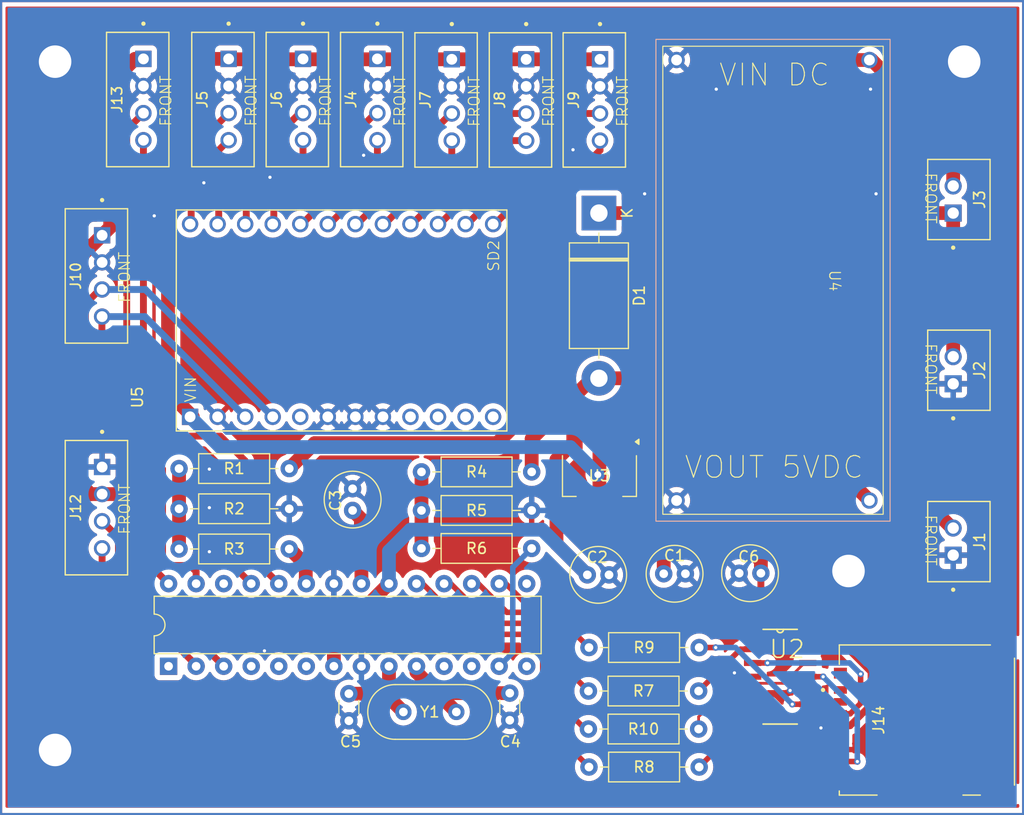
<source format=kicad_pcb>
(kicad_pcb (version 20240108) (generator "pcbnew") (generator_version "8.0")
  (layers (0 "F.Cu" signal) (31 "B.Cu" signal) (34 "B.Paste" user) (35 "F.Paste" user) (36 "B.SilkS" user "B.Silkscreen") (37 "F.SilkS" user "F.Silkscreen") (38 "B.Mask" user) (39 "F.Mask" user) (44 "Edge.Cuts" user))
  (net 0 "")
  (net 1 "3V3DC")
  (net 2 "GND")
  (net 3 "5VDC")
  (net 4 "Net-(U1-AREF)")
  (net 5 "Net-(U1-XTAL2{slash}PB7)")
  (net 6 "Net-(U1-XTAL1{slash}PB6)")
  (net 7 "Net-(D1-A)")
  (net 8 "VBatt")
  (net 9 "SDA5")
  (net 10 "SCL5")
  (net 11 "SDA4")
  (net 12 "SCL4")
  (net 13 "SDA3")
  (net 14 "SCL3")
  (net 15 "SCL2")
  (net 16 "SDA2")
  (net 17 "SCL1")
  (net 18 "SDA1")
  (net 19 "SCL0")
  (net 20 "SDA0")
  (net 21 "SCL")
  (net 22 "SDA")
  (net 23 "TX")
  (net 24 "RX")
  (net 25 "AUX1")
  (net 26 "AUX2")
  (net 27 "CLK_L")
  (net 29 "MOSI_L")
  (net 31 "CS_L")
  (net 32 "MISO_L")
  (net 33 "Net-(R1-Pad2)")
  (net 34 "Bat_Measure")
  (net 35 "Net-(R4-Pad2)")
  (net 36 "Chg_Indicator")
  (net 37 "Net-(U2-B0)")
  (net 38 "MOSI")
  (net 39 "CLK")
  (net 40 "Net-(U2-B1)")
  (net 41 "Net-(U2-B3)")
  (net 42 "CS")
  (net 43 "MISO")
  (net 44 "Net-(U2-B2)")
  (net 63 "Net-(D1-K)")
  (footprint "Project_Fania_Ersa:HRS_DM3AT-SF-PEJM5" (layer "F.Cu") (at 154.0406 129.319 90)
    (property "Reference" "J14")
    (property "Value" "MicroSD")
  )
  (footprint "Resistor_THT:R_Axial_DIN0207_L6.3mm_D2.5mm_P10.16mm_Horizontal" (layer "F.Cu") (at 122.8852 122.6312)
    (property "Reference" "R9")
    (property "Value" "3k3")
  )
  (footprint "Project_Fania_Ersa:JST_B4B-XH-A_LF__SN_" (layer "F.Cu") (at 77.47 88.3504 90)
    (property "Reference" "J10")
    (property "Value" "I2C")
  )
  (footprint "Resistor_THT:R_Axial_DIN0207_L6.3mm_D2.5mm_P10.16mm_Horizontal" (layer "F.Cu") (at 107.442 109.982)
    (property "Reference" "R5")
    (property "Value" "22k")
  )
  (footprint "Resistor_THT:R_Axial_DIN0207_L6.3mm_D2.5mm_P10.16mm_Horizontal" (layer "F.Cu") (at 117.602 113.4872 180)
    (property "Reference" "R6")
    (property "Value" "100")
  )
  (footprint "Crystal:Crystal_HC49-4H_Vertical" (layer "F.Cu") (at 110.654 128.5748 180)
    (property "Reference" "Y1")
    (property "Value" "Crystal")
  )
  (footprint "Resistor_THT:R_Axial_DIN0207_L6.3mm_D2.5mm_P10.16mm_Horizontal" (layer "F.Cu") (at 122.8344 126.6444)
    (property "Reference" "R7")
    (property "Value" "3k3")
  )
  (footprint "Package_DIP:DIP-28_W7.62mm" (layer "F.Cu") (at 84.1248 124.3584 90)
    (property "Reference" "U1" (hide yes))
    (property "Value" "ATmega328P-P")
  )
  (footprint "Resistor_THT:R_Axial_DIN0207_L6.3mm_D2.5mm_P10.16mm_Horizontal" (layer "F.Cu") (at 85.09 109.8296)
    (property "Reference" "R2")
    (property "Value" "4k7")
  )
  (footprint "Project_Fania_Ersa:JST_B4B-XH-A_LF__SN_" (layer "F.Cu") (at 109.711 72.1128 90)
    (property "Reference" "J7")
    (property "Value" "T3")
  )
  (footprint "Diode_THT:D_DO-201AD_P15.24mm_Horizontal" (layer "F.Cu") (at 123.7996 82.55 -90)
    (property "Reference" "D1")
    (property "Value" "1N5401")
  )
  (footprint "Resistor_THT:R_Axial_DIN0207_L6.3mm_D2.5mm_P10.16mm_Horizontal" (layer "F.Cu") (at 95.25 113.538 180)
    (property "Reference" "R3")
    (property "Value" "100")
  )
  (footprint "Project_Fania_Ersa:JST_B4B-XH-A_LF__SN_" (layer "F.Cu") (at 95.995 72.076 90)
    (property "Reference" "J6")
    (property "Value" "T4")
  )
  (footprint "Project_Fania_Ersa:JST_B4B-XH-A_LF__SN_" (layer "F.Cu") (at 81.28 72.076 90)
    (property "Reference" "J13")
    (property "Value" "AUX")
  )
  (footprint "Resistor_THT:R_Axial_DIN0207_L6.3mm_D2.5mm_P10.16mm_Horizontal" (layer "F.Cu") (at 122.8852 133.6548)
    (property "Reference" "R8")
    (property "Value" "3k3")
  )
  (footprint "Project_Fania_Ersa:JST_B2B-XH-A" (layer "F.Cu") (at 156.989 97.048 -90)
    (property "Reference" "J2")
    (property "Value" "Battery")
  )
  (footprint "Project_Fania_Ersa:Step_Down_DCDC" (layer "F.Cu") (at 139.8524 88.7476 -90)
    (property "Reference" "U4")
    (property "Value" "Step Down DC - DC")
  )
  (footprint "Project_Fania_Ersa:PCA9548A" (layer "F.Cu") (at 101.346 92.456 90)
    (property "Reference" "U5")
    (property "Value" "PCA9548A_Board")
  )
  (footprint "Package_TO_SOT_SMD:SOT-223-3_TabPin2" (layer "F.Cu") (at 123.8504 106.7816 -90)
    (property "Reference" "U3")
    (property "Value" "AMS1117")
  )
  (footprint "Capacitor_THT:C_Radial_D5.0mm_H11.0mm_P2.00mm" (layer "F.Cu") (at 138.7348 115.7732 180)
    (property "Reference" "C6")
    (property "Value" "100uF")
  )
  (footprint "Resistor_THT:R_Axial_DIN0207_L6.3mm_D2.5mm_P10.16mm_Horizontal" (layer "F.Cu") (at 95.25 106.1212 180)
    (property "Reference" "R1")
    (property "Value" "10k")
  )
  (footprint "Capacitor_THT:C_Radial_D5.0mm_H11.0mm_P2.00mm" (layer "F.Cu") (at 122.7328 115.9256)
    (property "Reference" "C2")
    (property "Value" "100uF")
  )
  (footprint "Resistor_THT:R_Axial_DIN0207_L6.3mm_D2.5mm_P10.16mm_Horizontal" (layer "F.Cu") (at 117.602 106.426 180)
    (property "Reference" "R4")
    (property "Value" "33k")
  )
  (footprint "Project_Fania_Ersa:JST_B4B-XH-A_LF__SN_" (layer "F.Cu") (at 89.137 72.076 90)
    (property "Reference" "J5")
    (property "Value" "T5")
  )
  (footprint "Capacitor_THT:C_Disc_D3.0mm_W1.6mm_P2.50mm" (layer "F.Cu") (at 115.5816 126.8368 -90)
    (property "Reference" "C4")
    (property "Value" "22pF")
  )
  (footprint "Resistor_THT:R_Axial_DIN0207_L6.3mm_D2.5mm_P10.16mm_Horizontal" (layer "F.Cu") (at 122.8344 130.1496)
    (property "Reference" "R10")
    (property "Value" "3k3")
  )
  (footprint "Project_Fania_Ersa:JST_B4B-XH-A_LF__SN_" (layer "F.Cu") (at 116.569 72.1128 90)
    (property "Reference" "J8")
    (property "Value" "T2")
  )
  (footprint "Capacitor_THT:C_Disc_D3.0mm_W1.6mm_P2.50mm" (layer "F.Cu") (at 100.748 126.8876 -90)
    (property "Reference" "C5")
    (property "Value" "22pF")
  )
  (footprint "Project_Fania_Ersa:SOIC127P600X175-14N" (layer "F.Cu") (at 140.5128 125.3236)
    (property "Reference" "U2")
    (property "Value" "IC-SD")
  )
  (footprint "Capacitor_THT:C_Radial_D5.0mm_H11.0mm_P2.00mm" (layer "F.Cu") (at 129.7752 115.824)
    (property "Reference" "C1")
    (property "Value" "100uF")
  )
  (footprint "Project_Fania_Ersa:JST_B4B-XH-A_LF__SN_" (layer "F.Cu") (at 77.47 109.728 90)
    (property "Reference" "J12")
    (property "Value" "Display")
  )
  (footprint "Project_Fania_Ersa:JST_B2B-XH-A" (layer "F.Cu") (at 156.989 112.8576 -90)
    (property "Reference" "J1")
    (property "Value" "12VDC In")
  )
  (footprint "Project_Fania_Ersa:JST_B2B-XH-A" (layer "F.Cu") (at 156.989 81.3 -90)
    (property "Reference" "J3")
    (property "Value" "Switch")
  )
  (footprint "Project_Fania_Ersa:JST_B4B-XH-A_LF__SN_" (layer "F.Cu") (at 123.3762 72.1128 90)
    (property "Reference" "J9")
    (property "Value" "T1")
  )
  (footprint "Project_Fania_Ersa:JST_B4B-XH-A_LF__SN_" (layer "F.Cu") (at 102.853 72.076 90)
    (property "Reference" "J4")
    (property "Value" "T6")
  )
  (footprint "Capacitor_THT:C_Radial_D5.0mm_H11.0mm_P2.00mm" (layer "F.Cu") (at 101.092 109.982 90)
    (property "Reference" "C3")
    (property "Value" "100uF")
  )
  (gr_rect (start 68.6816 62.992) (end 162.9156 137.992) (stroke (width 0.2)) (fill none) (layer "F.Cu") (net 2))
  (gr_rect (start 68.6816 62.992) (end 162.9176 137.992) (stroke (width 0.2)) (fill none) (layer "B.Cu"))
  (segment (start 123.8504 106.5276) (end 123.8504 103.6316) (width 1.27) (layer "F.Cu") (net 1))
  (segment (start 123.698 106.68) (end 123.8504 106.5276) (width 1.27) (layer "F.Cu") (net 1))
  (segment (start 141.5288 121.4628) (end 138.7348 118.6688) (width 0.635) (layer "F.Cu") (net 1))
  (segment (start 123.8504 106.8324) (end 123.8504 109.9316) (width 1.27) (layer "F.Cu") (net 1))
  (segment (start 84.074 99.06) (end 86.36 101.346) (width 1.27) (layer "F.Cu") (net 1))
  (segment (start 138.7348 115.7732) (end 138.7348 114.64183) (width 1.27) (layer "F.Cu") (net 1))
  (segment (start 143.0528 121.5136) (end 141.5796 121.5136) (width 0.635) (layer "F.Cu") (net 1))
  (segment (start 148.8948 124.87868) (end 148.8948 127.904666) (width 0.635) (layer "F.Cu") (net 1))
  (segment (start 123.698 106.68) (end 123.8504 106.8324) (width 1.27) (layer "F.Cu") (net 1))
  (segment (start 89.6988 68.3628) (end 89.662 68.326) (width 1.27) (layer "F.Cu") (net 1))
  (segment (start 145.52972 121.5136) (end 148.8948 124.87868) (width 0.635) (layer "F.Cu") (net 1))
  (segment (start 123.9012 68.3628) (end 89.6988 68.3628) (width 1.27) (layer "F.Cu") (net 1))
  (segment (start 127.2036 109.9316) (end 129.794 112.522) (width 1.27) (layer "F.Cu") (net 1))
  (segment (start 129.794 112.522) (end 129.7752 112.5408) (width 1.27) (layer "F.Cu") (net 1))
  (segment (start 138.7348 118.6688) (end 138.7348 115.7732) (width 0.635) (layer "F.Cu") (net 1))
  (segment (start 148.8948 127.904666) (end 146.955466 129.844) (width 0.635) (layer "F.Cu") (net 1))
  (segment (start 123.8504 109.9316) (end 127.2036 109.9316) (width 1.27) (layer "F.Cu") (net 1))
  (segment (start 141.5796 121.5136) (end 141.5288 121.4628) (width 0.635) (layer "F.Cu") (net 1))
  (segment (start 143.0528 121.5136) (end 145.52972 121.5136) (width 0.635) (layer "F.Cu") (net 1))
  (segment (start 136.63377 112.5408) (end 129.7752 112.5408) (width 1.27) (layer "F.Cu") (net 1))
  (segment (start 138.7348 114.64183) (end 136.63377 112.5408) (width 1.27) (layer "F.Cu") (net 1))
  (segment (start 84.074 71.628) (end 84.074 99.06) (width 1.27) (layer "F.Cu") (net 1))
  (segment (start 89.662 68.326) (end 87.376 68.326) (width 1.27) (layer "F.Cu") (net 1))
  (segment (start 87.376 68.326) (end 84.074 71.628) (width 1.27) (layer "F.Cu") (net 1))
  (segment (start 146.955466 129.844) (end 146.0656 129.844) (width 0.635) (layer "F.Cu") (net 1))
  (segment (start 129.7752 112.5408) (end 129.7752 115.824) (width 1.27) (layer "F.Cu") (net 1))
  (via (at 123.698 106.68) (size 1.27) (drill 0.635) (layers "F.Cu" "B.Cu") (net 1))
  (segment (start 86.106 101.346) (end 88.9 104.14) (width 1.27) (layer "B.Cu") (net 1))
  (segment (start 88.9 104.14) (end 121.158 104.14) (width 1.27) (layer "B.Cu") (net 1))
  (segment (start 121.158 104.14) (end 123.698 106.68) (width 1.27) (layer "B.Cu") (net 1))
  (segment (start 141.4272 126.5936) (end 141.5796 126.5936) (width 0.508) (layer "F.Cu") (net 2))
  (segment (start 136.2964 125.0188) (end 136.2964 124.968) (width 0.508) (layer "F.Cu") (net 2))
  (segment (start 143.0528 126.5936) (end 141.4272 126.5936) (width 0.508) (layer "F.Cu") (net 2))
  (segment (start 137.9728 125.3236) (end 136.6012 125.3236) (width 0.508) (layer "F.Cu") (net 2))
  (segment (start 136.2456 124.968) (end 136.3472 125.0696) (width 0.508) (layer "F.Cu") (net 2))
  (segment (start 136.2964 124.968) (end 136.2456 124.968) (width 0.508) (layer "F.Cu") (net 2))
  (segment (start 136.6012 125.3236) (end 136.2964 125.0188) (width 0.508) (layer "F.Cu") (net 2))
  (via (at 87.884 106.172) (size 0.6) (drill 0.3) (layers "F.Cu" "B.Cu") (net 2))
  (via (at 92.964 122.936) (size 0.6) (drill 0.3) (layers "F.Cu" "B.Cu") (net 2))
  (via (at 93.472 79.248) (size 0.6) (drill 0.3) (layers "F.Cu" "B.Cu") (net 2))
  (via (at 144.272 130.048) (size 0.6) (drill 0.3) (layers "F.Cu" "B.Cu") (net 2))
  (via (at 73.66 132.08) (size 6) (drill 3) (layers "F.Cu" "B.Cu") (net 2))
  (via (at 148.844 71.12) (size 0.6) (drill 0.3) (layers "F.Cu" "B.Cu") (net 2))
  (via (at 128.016 80.772) (size 0.6) (drill 0.3) (layers "F.Cu" "B.Cu") (net 2))
  (via (at 121.412 76.708) (size 0.6) (drill 0.3) (layers "F.Cu" "B.Cu") (net 2))
  (via (at 146.812 115.57) (size 6) (drill 3) (layers "F.Cu" "B.Cu") (net 2))
  (via (at 87.884 113.792) (size 0.6) (drill 0.3) (layers "F.Cu" "B.Cu") (net 2))
  (via (at 102.108 77.216) (size 0.6) (drill 0.3) (layers "F.Cu" "B.Cu") (net 2))
  (via (at 134.62 71.12) (size 0.6) (drill 0.3) (layers "F.Cu" "B.Cu") (net 2))
  (via (at 149.352 80.772) (size 0.6) (drill 0.3) (layers "F.Cu" "B.Cu") (net 2))
  (via (at 82.804 82.804) (size 0.6) (drill 0.3) (layers "F.Cu" "B.Cu") (net 2))
  (via (at 157.48 68.58) (size 6) (drill 3) (layers "F.Cu" "B.Cu") (net 2))
  (via (at 136.2964 124.968) (size 0.6) (drill 0.3) (layers "F.Cu" "B.Cu") (net 2))
  (via (at 73.66 68.58) (size 6) (drill 3) (layers "F.Cu" "B.Cu") (net 2))
  (via (at 87.376 79.756) (size 0.6) (drill 0.3) (layers "F.Cu" "B.Cu") (net 2))
  (via (at 87.884 109.728) (size 0.6) (drill 0.3) (layers "F.Cu" "B.Cu") (net 2))
  (via (at 141.4272 126.5936) (size 0.6) (drill 0.3) (layers "F.Cu" "B.Cu") (net 2))
  (segment (start 147.8896 114.1076) (end 147.828 114.046) (width 0.2) (layer "B.Cu") (net 2))
  (segment (start 147.828 114.046) (end 146.558 115.316) (width 0.2) (layer "B.Cu") (net 2))
  (segment (start 86.614 119.38) (end 88.646 121.412) (width 1.27) (layer "F.Cu") (net 3))
  (segment (start 101.8032 119.38) (end 99.3648 121.8184) (width 1.27) (layer "F.Cu") (net 3))
  (segment (start 83.058 119.38) (end 86.614 119.38) (width 1.27) (layer "F.Cu") (net 3))
  (segment (start 75.0475 87.5479) (end 77.995 84.6004) (width 1.27) (layer "F.Cu") (net 3))
  (segment (start 101.8032 119.38) (end 104.4448 116.7384) (width 1.27) (layer "F.Cu") (net 3))
  (segment (start 121.5504 102.2236) (end 121.5504 103.6316) (width 1.27) (layer "F.Cu") (net 3))
  (segment (start 79.776 108.478) (end 81.026 109.728) (width 1.27) (layer "F.Cu") (net 3))
  (segment (start 99.3648 121.8184) (end 99.3648 124.3584) (width 1.27) (layer "F.Cu") (net 3))
  (segment (start 77.995 108.478) (end 76.928683 108.478) (width 1.27) (layer "F.Cu") (net 3))
  (segment (start 122.7328 115.9256) (end 119.888 113.0808) (width 1.27) (layer "F.Cu") (net 3))
  (segment (start 76.928683 108.478) (end 75.0475 106.596817) (width 1.27) (layer "F.Cu") (net 3))
  (segment (start 148.7424 109.0676) (end 140.7668 101.092) (width 1.27) (layer "F.Cu") (net 3))
  (segment (start 81.026 117.348) (end 83.058 119.38) (width 1.27) (layer "F.Cu") (net 3))
  (segment (start 119.888 113.0808) (end 119.888 105.294) (width 1.27) (layer "F.Cu") (net 3))
  (segment (start 77.995 84.6004) (end 78.74 83.8554) (width 1.27) (layer "F.Cu") (net 3))
  (segment (start 81.026 109.728) (end 81.026 117.348) (width 1.27) (layer "F.Cu") (net 3))
  (segment (start 119.888 105.294) (end 121.5504 103.6316) (width 1.27) (layer "F.Cu") (net 3))
  (segment (start 81.026 68.326) (end 81.805 68.326) (width 1.27) (layer "F.Cu") (net 3))
  (segment (start 121.5504 103.6316) (end 121.4329 103.7491) (width 0.635) (layer "F.Cu") (net 3))
  (segment (start 78.74 83.8554) (end 78.74 70.612) (width 1.27) (layer "F.Cu") (net 3))
  (segment (start 88.646 121.412) (end 99.7712 121.412) (width 1.27) (layer "F.Cu") (net 3))
  (segment (start 122.682 101.092) (end 121.5504 102.2236) (width 1.27) (layer "F.Cu") (net 3))
  (segment (start 78.74 70.612) (end 81.026 68.326) (width 1.27) (layer "F.Cu") (net 3))
  (segment (start 99.7712 121.412) (end 101.8032 119.38) (width 1.27) (layer "F.Cu") (net 3))
  (segment (start 140.7668 101.092) (end 122.682 101.092) (width 1.27) (layer "F.Cu") (net 3))
  (segment (start 75.0475 106.596817) (end 75.0475 87.5479) (width 1.27) (layer "F.Cu") (net 3))
  (segment (start 77.995 108.478) (end 79.776 108.478) (width 1.27) (layer "F.Cu") (net 3))
  (segment (start 104.4448 113.7412) (end 106.426 111.76) (width 1.27) (layer "B.Cu") (net 3))
  (segment (start 118.5672 111.76) (end 122.7328 115.9256) (width 1.27) (layer "B.Cu") (net 3))
  (segment (start 104.4448 116.7384) (end 104.4448 113.7412) (width 1.27) (layer "B.Cu") (net 3))
  (segment (start 106.426 111.76) (end 118.5672 111.76) (width 1.27) (layer "B.Cu") (net 3))
  (segment (start 101.854 112.776) (end 101.9048 112.8268) (width 1.27) (layer "F.Cu") (net 4))
  (segment (start 101.854 110.744) (end 101.854 112.776) (width 1.27) (layer "F.Cu") (net 4))
  (segment (start 101.9048 112.8268) (end 101.9048 116.7384) (width 1.27) (layer "F.Cu") (net 4))
  (segment (start 101.092 109.982) (end 101.854 110.744) (width 1.27) (layer "F.Cu") (net 4))
  (segment (start 106.9848 124.9056) (end 109.4036 127.3244) (width 1.27) (layer "F.Cu") (net 5))
  (segment (start 106.9848 124.3584) (end 106.9848 124.9056) (width 1.27) (layer "F.Cu") (net 5))
  (segment (start 108.916 126.8368) (end 115.5816 126.8368) (width 1.27) (layer "F.Cu") (net 5))
  (segment (start 109.4036 127.3244) (end 110.654 128.5748) (width 1.27) (layer "F.Cu") (net 5))
  (segment (start 109.4036 127.3244) (end 108.916 126.8368) (width 1.27) (layer "F.Cu") (net 5))
  (segment (start 104.4448 124.3584) (end 104.4448 126.492) (width 1.27) (layer "F.Cu") (net 6))
  (segment (start 104.0492 126.8876) (end 100.748 126.8876) (width 1.27) (layer "F.Cu") (net 6))
  (segment (start 104.0868 126.8876) (end 100.748 126.8876) (width 0.635) (layer "F.Cu") (net 6))
  (segment (start 104.4448 126.492) (end 104.4448 127.2456) (width 1.27) (layer "F.Cu") (net 6))
  (segment (start 105.774 128.5748) (end 104.0868 126.8876) (width 0.635) (layer "F.Cu") (net 6))
  (segment (start 104.4448 126.492) (end 104.0492 126.8876) (width 1.27) (layer "F.Cu") (net 6))
  (segment (start 104.4448 127.2456) (end 105.774 128.5748) (width 1.27) (layer "F.Cu") (net 6))
  (segment (start 117.602 103.378) (end 117.602 106.426) (width 1.27) (layer "F.Cu") (net 7))
  (segment (start 123.7996 97.79) (end 142.5448 97.79) (width 1.27) (layer "F.Cu") (net 7))
  (segment (start 123.19 97.79) (end 117.602 103.378) (width 1.27) (layer "F.Cu") (net 7))
  (segment (start 142.5448 97.79) (end 156.3624 111.6076) (width 1.27) (layer "F.Cu") (net 7))
  (segment (start 123.7996 97.79) (end 123.19 97.79) (width 1.27) (layer "F.Cu") (net 7))
  (segment (start 156.464 75.946) (end 156.464 80.05) (width 1.27) (layer "F.Cu") (net 8))
  (segment (start 118.872 99.314) (end 118.872 81.534) (width 1.27) (layer "F.Cu") (net 8))
  (segment (start 148.9456 68.4276) (end 156.464 75.946) (width 1.27) (layer "F.Cu") (net 8))
  (segment (start 97.5962 103.775) (end 114.411 103.775) (width 1.27) (layer "F.Cu") (net 8))
  (segment (start 114.411 103.775) (end 118.872 99.314) (width 1.27) (layer "F.Cu") (net 8))
  (segment (start 123.658 79.796) (end 135.0264 68.4276) (width 1.27) (layer "F.Cu") (net 8))
  (segment (start 118.872 81.534) (end 120.61 79.796) (width 1.27) (layer "F.Cu") (net 8))
  (segment (start 135.0264 68.4276) (end 148.7424 68.4276) (width 1.27) (layer "F.Cu") (net 8))
  (segment (start 120.61 79.796) (end 123.658 79.796) (width 1.27) (layer "F.Cu") (net 8))
  (segment (start 148.7424 68.4276) (end 148.9456 68.4276) (width 1.27) (layer "F.Cu") (net 8))
  (segment (start 95.25 106.1212) (end 97.5962 103.775) (width 1.27) (layer "F.Cu") (net 8))
  (segment (start 103.378 75.826) (end 103.378 79.1464) (width 0.635) (layer "F.Cu") (net 9))
  (segment (start 103.378 79.1464) (end 98.9076 83.6168) (width 0.635) (layer "F.Cu") (net 9))
  (segment (start 100.965 79.0194) (end 96.3676 83.6168) (width 0.635) (layer "F.Cu") (net 10))
  (segment (start 103.378 73.326) (end 103.204 73.326) (width 0.635) (layer "F.Cu") (net 10))
  (segment (start 103.204 73.326) (end 100.965 75.565) (width 0.635) (layer "F.Cu") (net 10))
  (segment (start 100.965 75.565) (end 100.965 79.0194) (width 0.635) (layer "F.Cu") (net 10))
  (segment (start 88.7476 76.7404) (end 88.7476 83.6168) (width 0.635) (layer "F.Cu") (net 11))
  (segment (start 89.662 75.826) (end 88.7476 76.7404) (width 0.635) (layer "F.Cu") (net 11))
  (segment (start 86.2076 76.7804) (end 86.2076 83.6168) (width 0.635) (layer "F.Cu") (net 12))
  (segment (start 89.662 73.326) (end 86.2076 76.7804) (width 0.635) (layer "F.Cu") (net 12))
  (segment (start 96.52 78.74) (end 93.8276 81.4324) (width 0.635) (layer "F.Cu") (net 13))
  (segment (start 93.8276 81.4324) (end 93.8276 83.6168) (width 0.635) (layer "F.Cu") (net 13))
  (segment (start 96.52 75.826) (end 96.52 78.74) (width 0.635) (layer "F.Cu") (net 13))
  (segment (start 91.2876 78.2574) (end 96.219 73.326) (width 0.635) (layer "F.Cu") (net 14))
  (segment (start 96.219 73.326) (end 96.52 73.326) (width 0.635) (layer "F.Cu") (net 14))
  (segment (start 91.2876 83.6168) (end 91.2876 78.2574) (width 0.635) (layer "F.Cu") (net 14))
  (segment (start 110.236 73.3628) (end 110.1522 73.3628) (width 0.635) (layer "F.Cu") (net 15))
  (segment (start 107.95 77.1144) (end 101.4476 83.6168) (width 0.635) (layer "F.Cu") (net 15))
  (segment (start 110.1522 73.3628) (end 107.95 75.565) (width 0.635) (layer "F.Cu") (net 15))
  (segment (start 107.95 75.565) (end 107.95 77.1144) (width 0.635) (layer "F.Cu") (net 15))
  (segment (start 110.236 77.3684) (end 103.9876 83.6168) (width 0.635) (layer "F.Cu") (net 16))
  (segment (start 110.236 75.8628) (end 110.236 77.3684) (width 0.635) (layer "F.Cu") (net 16))
  (segment (start 112.395 77.7494) (end 106.5276 83.6168) (width 0.635) (layer "F.Cu") (net 17))
  (segment (start 115.2322 73.3628) (end 112.395 76.2) (width 0.635) (layer "F.Cu") (net 17))
  (segment (start 117.094 73.3628) (end 115.2322 73.3628) (width 0.635) (layer "F.Cu") (net 17))
  (segment (start 112.395 76.2) (end 112.395 77.7494) (width 0.635) (layer "F.Cu") (net 17))
  (segment (start 115.2722 75.8628) (end 114.935 76.2) (width 0.635) (layer "F.Cu") (net 18))
  (segment (start 117.094 75.8628) (end 115.2722 75.8628) (width 0.635) (layer "F.Cu") (net 18))
  (segment (start 114.935 77.7494) (end 109.0676 83.6168) (width 0.635) (layer "F.Cu") (net 18))
  (segment (start 114.935 76.2) (end 114.935 77.7494) (width 0.635) (layer "F.Cu") (net 18))
  (segment (start 123.9012 73.3628) (end 122.2172 73.3628) (width 0.635) (layer "F.Cu") (net 19))
  (segment (start 111.76 83.4644) (end 111.76 83.566) (width 0.635) (layer "F.Cu") (net 19))
  (segment (start 118.11 77.47) (end 117.7544 77.47) (width 0.635) (layer "F.Cu") (net 19))
  (segment (start 122.2172 73.3628) (end 118.11 77.47) (width 0.635) (layer "F.Cu") (net 19))
  (segment (start 117.7544 77.47) (end 111.76 83.4644) (width 0.635) (layer "F.Cu") (net 19))
  (segment (start 123.9012 75.8628) (end 123.9012 76.7588) (width 0.635) (layer "F.Cu") (net 20))
  (segment (start 122.555 78.105) (end 119.6594 78.105) (width 0.635) (layer "F.Cu") (net 20))
  (segment (start 119.6594 78.105) (end 114.1984 83.566) (width 0.635) (layer "F.Cu") (net 20))
  (segment (start 114.1984 83.566) (end 114.046 83.566) (width 0.635) (layer "F.Cu") (net 20))
  (segment (start 123.9012 76.7588) (end 122.555 78.105) (width 0.635) (layer "F.Cu") (net 20))
  (segment (start 82.55 115.1636) (end 84.1248 116.7384) (width 0.635) (layer "F.Cu") (net 21))
  (segment (start 77.7856 89.6004) (end 76.454 90.932) (width 0.635) (layer "F.Cu") (net 21))
  (segment (start 82.55 106.934) (end 82.55 115.1636) (width 0.635) (layer "F.Cu") (net 21))
  (segment (start 76.454 100.838) (end 82.55 106.934) (width 0.635) (layer "F.Cu") (net 21))
  (segment (start 76.454 90.932) (end 76.454 100.838) (width 0.635) (layer "F.Cu") (net 21))
  (segment (start 77.995 89.6004) (end 77.7856 89.6004) (width 0.635) (layer "F.Cu") (net 21))
  (segment (start 77.995 89.6004) (end 81.9804 89.6004) (width 0.635) (layer "B.Cu") (net 21))
  (segment (start 81.9804 89.6004) (end 93.726 101.346) (width 0.635) (layer "B.Cu") (net 21))
  (segment (start 84.074 115.062) (end 86.106 115.062) (width 0.635) (layer "F.Cu") (net 22))
  (segment (start 86.6648 115.6208) (end 86.6648 116.7384) (width 0.635) (layer "F.Cu") (net 22))
  (segment (start 77.978 92.1174) (end 77.978 100.584) (width 0.635) (layer "F.Cu") (net 22))
  (segment (start 77.995 92.1004) (end 77.978 92.1174) (width 0.635) (layer "F.Cu") (net 22))
  (segment (start 83.566 106.172) (end 83.566 114.554) (width 0.635) (layer "F.Cu") (net 22))
  (segment (start 77.978 100.584) (end 83.566 106.172) (width 0.635) (layer "F.Cu") (net 22))
  (segment (start 83.566 114.554) (end 84.074 115.062) (width 0.635) (layer "F.Cu") (net 22))
  (segment (start 86.106 115.062) (end 86.6648 115.6208) (width 0.635) (layer "F.Cu") (net 22))
  (segment (start 81.9404 92.1004) (end 77.995 92.1004) (width 0.635) (layer "B.Cu") (net 22))
  (segment (start 91.186 101.346) (end 81.9404 92.1004) (width 0.635) (layer "B.Cu") (net 22))
  (segment (start 85.7504 120.904) (end 89.2048 124.3584) (width 0.635) (layer "F.Cu") (net 23))
  (segment (start 79.502 112.485) (end 79.502 118.364) (width 0.635) (layer "F.Cu") (net 23))
  (segment (start 77.995 110.978) (end 79.502 112.485) (width 0.635) (layer "F.Cu") (net 23))
  (segment (start 79.502 118.364) (end 82.042 120.904) (width 0.635) (layer "F.Cu") (net 23))
  (segment (start 82.042 120.904) (end 85.7504 120.904) (width 0.635) (layer "F.Cu") (net 23))
  (segment (start 81.788 122.682) (end 85.09 122.682) (width 0.635) (layer "F.Cu") (net 24))
  (segment (start 86.6648 124.2568) (end 86.6648 124.3584) (width 0.635) (layer "F.Cu") (net 24))
  (segment (start 85.09 122.682) (end 86.6648 124.2568) (width 0.635) (layer "F.Cu") (net 24))
  (segment (start 77.995 113.478) (end 77.995 118.889) (width 0.635) (layer "F.Cu") (net 24))
  (segment (start 77.995 118.889) (end 81.788 122.682) (width 0.635) (layer "F.Cu") (net 24))
  (segment (start 81.805 75.826) (end 81.805 100.601) (width 0.635) (layer "F.Cu") (net 25))
  (segment (start 84.328 103.124) (end 88.9 103.124) (width 0.635) (layer "F.Cu") (net 25))
  (segment (start 88.9 103.124) (end 91.186 105.41) (width 0.635) (layer "F.Cu") (net 25))
  (segment (start 91.186 105.41) (end 91.186 113.6396) (width 0.635) (layer "F.Cu") (net 25))
  (segment (start 81.805 100.601) (end 84.328 103.124) (width 0.635) (layer "F.Cu") (net 25))
  (segment (start 91.186 113.6396) (end 94.2848 116.7384) (width 0.635) (layer "F.Cu") (net 25))
  (segment (start 80.264 101.092) (end 83.566 104.394) (width 0.635) (layer "F.Cu") (net 26))
  (segment (start 87.376 104.394) (end 89.916 106.934) (width 0.635) (layer "F.Cu") (net 26))
  (segment (start 89.916 106.934) (end 89.916 114.9096) (width 0.635) (layer "F.Cu") (net 26))
  (segment (start 83.566 104.394) (end 87.376 104.394) (width 0.635) (layer "F.Cu") (net 26))
  (segment (start 80.264 74.867) (end 80.264 101.092) (width 0.635) (layer "F.Cu") (net 26))
  (segment (start 81.805 73.326) (end 80.264 74.867) (width 0.635) (layer "F.Cu") (net 26))
  (segment (start 89.916 114.9096) (end 91.7448 116.7384) (width 0.635) (layer "F.Cu") (net 26))
  (segment (start 142.628 130.944) (end 146.0656 130.944) (width 0.508) (layer "F.Cu") (net 27))
  (segment (start 139.5476 127.8636) (end 142.628 130.944) (width 0.508) (layer "F.Cu") (net 27))
  (segment (start 137.9728 127.8636) (end 139.5476 127.8636) (width 0.508) (layer "F.Cu") (net 27))
  (segment (start 137.9728 124.0536) (end 139.3444 124.0536) (width 0.508) (layer "F.Cu") (net 29))
  (segment (start 139.3444 124.0536) (end 139.2428 124.0536) (width 0.508) (layer "F.Cu") (net 29))
  (segment (start 147.9296 125.0696) (end 147.9296 127.7788) (width 0.508) (layer "F.Cu") (net 29))
  (segment (start 147.9296 127.7788) (end 146.9644 128.744) (width 0.508) (layer "F.Cu") (net 29))
  (segment (start 146.9644 128.744) (end 146.0656 128.744) (width 0.508) (layer "F.Cu") (net 29))
  (via (at 147.9296 125.0696) (size 0.6) (drill 0.3) (layers "F.Cu" "B.Cu") (net 29))
  (via (at 139.3444 124.0536) (size 0.6) (drill 0.3) (layers "F.Cu" "B.Cu") (net 29))
  (segment (start 146.9136 124.0536) (end 147.9296 125.0696) (width 0.508) (layer "B.Cu") (net 29))
  (segment (start 139.3444 124.0536) (end 146.9136 124.0536) (width 0.508) (layer "B.Cu") (net 29))
  (segment (start 143.9164 129.1336) (end 145.406 127.644) (width 0.508) (layer "F.Cu") (net 31))
  (segment (start 143.0528 129.1336) (end 143.9164 129.1336) (width 0.508) (layer "F.Cu") (net 31))
  (segment (start 145.406 127.644) (end 146.0656 127.644) (width 0.508) (layer "F.Cu") (net 31))
  (segment (start 147.6248 133.1468) (end 147.5288 133.144) (width 0.508) (layer "F.Cu") (net 32))
  (segment (start 147.5232 133.144) (end 147.6248 133.1468) (width 0.508) (layer "F.Cu") (net 32))
  (segment (start 146.0656 133.144) (end 147.5232 133.144) (width 0.508) (layer "F.Cu") (net 32))
  (segment (start 144.4752 125.3236) (end 143.0528 125.3236) (width 0.508) (layer "F.Cu") (net 32))
  (segment (start 147.5288 133.144) (end 147.526 133.144) (width 0.508) (layer "F.Cu") (net 32))
  (via (at 144.4752 125.3236) (size 0.6) (drill 0.3) (layers "F.Cu" "B.Cu") (net 32))
  (via (at 147.6248 133.1468) (size 0.6) (drill 0.3) (layers "F.Cu" "B.Cu") (net 32))
  (segment (start 147.6248 128.4732) (end 147.6248 133.1468) (width 0.508) (layer "B.Cu") (net 32))
  (segment (start 144.4752 125.3236) (end 147.6248 128.4732) (width 0.508) (layer "B.Cu") (net 32))
  (segment (start 85.09 113.538) (end 85.09 106.1212) (width 1.27) (layer "F.Cu") (net 33))
  (segment (start 95.3008 113.538) (end 96.774 115.0112) (width 1.27) (layer "F.Cu") (net 34))
  (segment (start 96.774 115.0112) (end 96.774 116.6876) (width 1.27) (layer "F.Cu") (net 34))
  (segment (start 96.774 116.6876) (end 96.8248 116.7384) (width 1.27) (layer "F.Cu") (net 34))
  (segment (start 95.25 113.538) (end 95.3008 113.538) (width 1.27) (layer "F.Cu") (net 34))
  (segment (start 107.442 106.426) (end 107.442 113.4872) (width 1.27) (layer "F.Cu") (net 35))
  (segment (start 117.602 113.4872) (end 115.8588 115.2304) (width 0.508) (layer "B.Cu") (net 36))
  (segment (start 115.8588 115.2304) (end 115.8588 123.1044) (width 0.508) (layer "B.Cu") (net 36))
  (segment (start 115.8588 123.1044) (end 114.6048 124.3584) (width 0.508) (layer "B.Cu") (net 36))
  (segment (start 136.8552 122.7836) (end 137.9728 122.7836) (width 0.508) (layer "F.Cu") (net 37))
  (segment (start 132.9944 126.6444) (end 136.8552 122.7836) (width 0.508) (layer "F.Cu") (net 37))
  (segment (start 112.0648 116.7384) (end 112.6744 116.7384) (width 0.508) (layer "F.Cu") (net 38))
  (segment (start 117.856 119.38) (end 121.104 122.628) (width 0.508) (layer "F.Cu") (net 38))
  (segment (start 115.316 119.38) (end 117.856 119.38) (width 0.508) (layer "F.Cu") (net 38))
  (segment (start 121.104 122.628) (end 121.104 124.914) (width 0.508) (layer "F.Cu") (net 38))
  (segment (start 112.6744 116.7384) (end 115.316 119.38) (width 0.508) (layer "F.Cu") (net 38))
  (segment (start 121.104 124.914) (end 122.8344 126.6444) (width 0.508) (layer "F.Cu") (net 38))
  (segment (start 107.5436 116.7384) (end 112.2172 121.412) (width 0.508) (layer "F.Cu") (net 39))
  (segment (start 106.9848 116.7384) (end 107.5436 116.7384) (width 0.508) (layer "F.Cu") (net 39))
  (segment (start 112.2172 121.412) (end 116.84 121.412) (width 0.508) (layer "F.Cu") (net 39))
  (segment (start 116.84 121.412) (end 118.618 123.19) (width 0.508) (layer "F.Cu") (net 39))
  (segment (start 118.618 123.19) (end 118.618 129.3876) (width 0.508) (layer "F.Cu") (net 39))
  (segment (start 118.618 129.3876) (end 122.8852 133.6548) (width 0.508) (layer "F.Cu") (net 39))
  (segment (start 137.2553 126.5936) (end 137.9728 126.5936) (width 0.508) (layer "F.Cu") (net 40))
  (segment (start 135.382 131.318) (end 135.382 128.4669) (width 0.508) (layer "F.Cu") (net 40))
  (segment (start 133.0452 133.6548) (end 135.382 131.318) (width 0.508) (layer "F.Cu") (net 40))
  (segment (start 135.382 128.4669) (end 137.2553 126.5936) (width 0.508) (layer "F.Cu") (net 40))
  (segment (start 133.0452 122.6312) (end 134.5692 122.6312) (width 0.508) (layer "F.Cu") (net 41))
  (segment (start 141.6304 127.8636) (end 141.6812 127.8636) (width 0.508) (layer "F.Cu") (net 41))
  (segment (start 143.0528 127.8636) (end 141.6304 127.8636) (width 0.508) (layer "F.Cu") (net 41))
  (segment (start 134.5692 122.6312) (end 134.4676 122.6312) (width 0.508) (layer "F.Cu") (net 41))
  (via (at 141.6304 127.8636) (size 0.6) (drill 0.3) (layers "F.Cu" "B.Cu") (net 41))
  (via (at 134.5692 122.6312) (size 0.6) (drill 0.3) (layers "F.Cu" "B.Cu") (net 41))
  (segment (start 134.5692 122.6312) (end 136.398 122.6312) (width 0.508) (layer "B.Cu") (net 41))
  (segment (start 136.398 122.6312) (end 141.6304 127.8636) (width 0.508) (layer "B.Cu") (net 41))
  (segment (start 116.84 118.364) (end 118.618 118.364) (width 0.508) (layer "F.Cu") (net 42))
  (segment (start 114.6048 116.7384) (end 115.2144 116.7384) (width 0.508) (layer "F.Cu") (net 42))
  (segment (start 115.2144 116.7384) (end 116.84 118.364) (width 0.508) (layer "F.Cu") (net 42))
  (segment (start 118.618 118.364) (end 122.8852 122.6312) (width 0.508) (layer "F.Cu") (net 42))
  (segment (start 117.348 120.396) (end 119.888 122.936) (width 0.508) (layer "F.Cu") (net 43))
  (segment (start 122.5296 130.1496) (end 122.8344 130.1496) (width 0.508) (layer "F.Cu") (net 43))
  (segment (start 110.1344 116.7384) (end 113.792 120.396) (width 0.508) (layer "F.Cu") (net 43))
  (segment (start 119.888 122.936) (end 119.888 127.508) (width 0.508) (layer "F.Cu") (net 43))
  (segment (start 109.5248 116.7384) (end 110.1344 116.7384) (width 0.508) (layer "F.Cu") (net 43))
  (segment (start 113.792 120.396) (end 117.348 120.396) (width 0.508) (layer "F.Cu") (net 43))
  (segment (start 119.888 127.508) (end 122.5296 130.1496) (width 0.508) (layer "F.Cu") (net 43))
  (segment (start 132.9944 130.1496) (end 132.9944 129.01823) (width 0.254) (layer "F.Cu") (net 44))
  (segment (start 142.748 124.0536) (end 143.0528 124.0536) (width 0.254) (layer "F.Cu") (net 44))
  (segment (start 140.8716 125.93) (end 142.748 124.0536) (width 0.254) (layer "F.Cu") (net 44))
  (segment (start 136.08263 125.93) (end 140.8716 125.93) (width 0.254) (layer "F.Cu") (net 44))
  (segment (start 132.9944 129.01823) (end 136.08263 125.93) (width 0.254) (layer "F.Cu") (net 44))
  (segment (start 156.464 82.55) (end 156.464 95.798) (width 1.27) (layer "F.Cu") (net 63))
  (segment (start 123.7996 82.55) (end 156.464 82.55) (width 1.27) (layer "F.Cu") (net 63))
  (zone (net 2) (net_name "GND") (layer "F.Cu") (connect_pads (clearance 0.5)) (min_thickness 0.25) (fill yes (thermal_gap 0.5) (thermal_bridge_width 0.5))
    (polygon (pts (xy 162.56 137.414) (xy 69.088 137.414) (xy 69.088 63.5) (xy 162.56 63.5)))
  )
  (zone (net 2) (net_name "GND") (layer "B.Cu") (priority 1) (connect_pads (clearance 0.5)) (min_thickness 0.25) (fill yes (thermal_gap 0.5) (thermal_bridge_width 0.5))
    (polygon (pts (xy 69.088 63.5) (xy 162.56 63.5) (xy 162.56 137.668) (xy 69.088 137.668)))
  )
)
</source>
